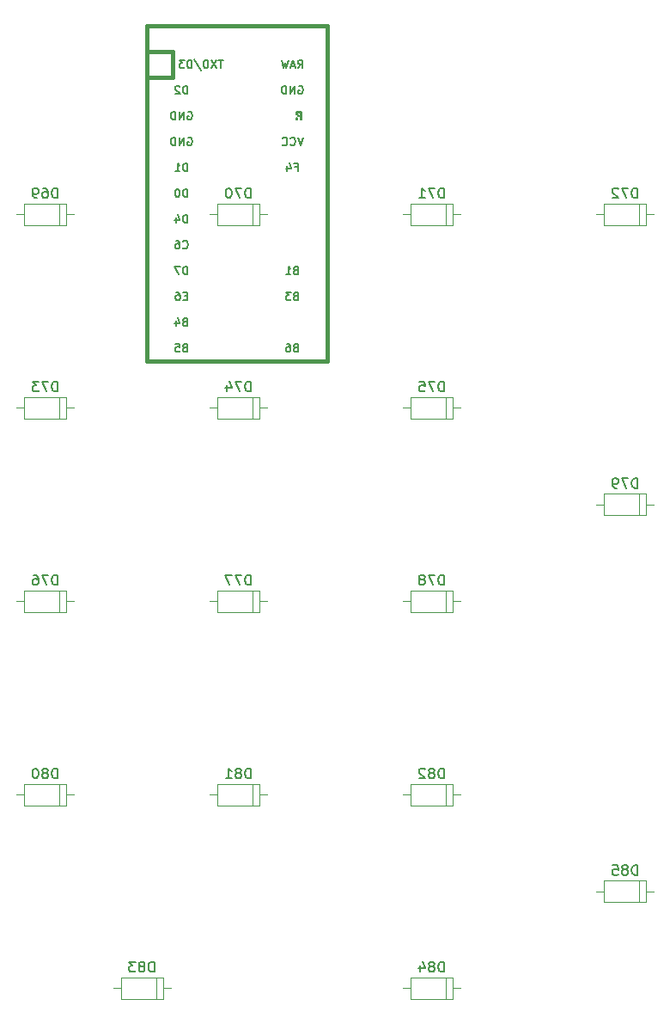
<source format=gbr>
G04 #@! TF.GenerationSoftware,KiCad,Pcbnew,(5.1.4)-1*
G04 #@! TF.CreationDate,2021-01-04T02:31:35-06:00*
G04 #@! TF.ProjectId,65Numpad,36354e75-6d70-4616-942e-6b696361645f,rev?*
G04 #@! TF.SameCoordinates,Original*
G04 #@! TF.FileFunction,Legend,Bot*
G04 #@! TF.FilePolarity,Positive*
%FSLAX46Y46*%
G04 Gerber Fmt 4.6, Leading zero omitted, Abs format (unit mm)*
G04 Created by KiCad (PCBNEW (5.1.4)-1) date 2021-01-04 02:31:35*
%MOMM*%
%LPD*%
G04 APERTURE LIST*
%ADD10C,0.120000*%
%ADD11C,0.381000*%
%ADD12C,0.150000*%
G04 APERTURE END LIST*
D10*
X379250000Y-141815000D02*
X379250000Y-143935000D01*
X379250000Y-143935000D02*
X375130000Y-143935000D01*
X375130000Y-143935000D02*
X375130000Y-141815000D01*
X375130000Y-141815000D02*
X379250000Y-141815000D01*
X380020000Y-142875000D02*
X379250000Y-142875000D01*
X374360000Y-142875000D02*
X375130000Y-142875000D01*
X378590000Y-141815000D02*
X378590000Y-143935000D01*
X360200000Y-122765000D02*
X360200000Y-124885000D01*
X360200000Y-124885000D02*
X356080000Y-124885000D01*
X356080000Y-124885000D02*
X356080000Y-122765000D01*
X356080000Y-122765000D02*
X360200000Y-122765000D01*
X360970000Y-123825000D02*
X360200000Y-123825000D01*
X355310000Y-123825000D02*
X356080000Y-123825000D01*
X359540000Y-122765000D02*
X359540000Y-124885000D01*
X341150000Y-122765000D02*
X341150000Y-124885000D01*
X341150000Y-124885000D02*
X337030000Y-124885000D01*
X337030000Y-124885000D02*
X337030000Y-122765000D01*
X337030000Y-122765000D02*
X341150000Y-122765000D01*
X341920000Y-123825000D02*
X341150000Y-123825000D01*
X336260000Y-123825000D02*
X337030000Y-123825000D01*
X340490000Y-122765000D02*
X340490000Y-124885000D01*
D11*
X351631250Y-50641250D02*
X349091250Y-50641250D01*
X366871250Y-48101250D02*
X349091250Y-48101250D01*
X349091250Y-48101250D02*
X349091250Y-81121250D01*
X349091250Y-81121250D02*
X366871250Y-81121250D01*
X366871250Y-81121250D02*
X366871250Y-48101250D01*
D12*
G36*
X363825885Y-56530280D02*
G01*
X363825885Y-56630280D01*
X364325885Y-56630280D01*
X364325885Y-56530280D01*
X363825885Y-56530280D01*
G37*
X363825885Y-56530280D02*
X363825885Y-56630280D01*
X364325885Y-56630280D01*
X364325885Y-56530280D01*
X363825885Y-56530280D01*
G36*
X363825885Y-56530280D02*
G01*
X363825885Y-56830280D01*
X363925885Y-56830280D01*
X363925885Y-56530280D01*
X363825885Y-56530280D01*
G37*
X363825885Y-56530280D02*
X363825885Y-56830280D01*
X363925885Y-56830280D01*
X363925885Y-56530280D01*
X363825885Y-56530280D01*
G36*
X363825885Y-57130280D02*
G01*
X363825885Y-57330280D01*
X363925885Y-57330280D01*
X363925885Y-57130280D01*
X363825885Y-57130280D01*
G37*
X363825885Y-57130280D02*
X363825885Y-57330280D01*
X363925885Y-57330280D01*
X363925885Y-57130280D01*
X363825885Y-57130280D01*
G36*
X364225885Y-56530280D02*
G01*
X364225885Y-57330280D01*
X364325885Y-57330280D01*
X364325885Y-56530280D01*
X364225885Y-56530280D01*
G37*
X364225885Y-56530280D02*
X364225885Y-57330280D01*
X364325885Y-57330280D01*
X364325885Y-56530280D01*
X364225885Y-56530280D01*
G36*
X364025885Y-56930280D02*
G01*
X364025885Y-57030280D01*
X364125885Y-57030280D01*
X364125885Y-56930280D01*
X364025885Y-56930280D01*
G37*
X364025885Y-56930280D02*
X364025885Y-57030280D01*
X364125885Y-57030280D01*
X364125885Y-56930280D01*
X364025885Y-56930280D01*
D11*
X351631250Y-50641250D02*
X351631250Y-53181250D01*
X351631250Y-53181250D02*
X349091250Y-53181250D01*
D10*
X398300000Y-132290000D02*
X398300000Y-134410000D01*
X398300000Y-134410000D02*
X394180000Y-134410000D01*
X394180000Y-134410000D02*
X394180000Y-132290000D01*
X394180000Y-132290000D02*
X398300000Y-132290000D01*
X399070000Y-133350000D02*
X398300000Y-133350000D01*
X393410000Y-133350000D02*
X394180000Y-133350000D01*
X397640000Y-132290000D02*
X397640000Y-134410000D01*
X379250000Y-122765000D02*
X379250000Y-124885000D01*
X379250000Y-124885000D02*
X375130000Y-124885000D01*
X375130000Y-124885000D02*
X375130000Y-122765000D01*
X375130000Y-122765000D02*
X379250000Y-122765000D01*
X380020000Y-123825000D02*
X379250000Y-123825000D01*
X374360000Y-123825000D02*
X375130000Y-123825000D01*
X378590000Y-122765000D02*
X378590000Y-124885000D01*
X350675000Y-141815000D02*
X350675000Y-143935000D01*
X350675000Y-143935000D02*
X346555000Y-143935000D01*
X346555000Y-143935000D02*
X346555000Y-141815000D01*
X346555000Y-141815000D02*
X350675000Y-141815000D01*
X351445000Y-142875000D02*
X350675000Y-142875000D01*
X345785000Y-142875000D02*
X346555000Y-142875000D01*
X350015000Y-141815000D02*
X350015000Y-143935000D01*
X341150000Y-65615000D02*
X341150000Y-67735000D01*
X341150000Y-67735000D02*
X337030000Y-67735000D01*
X337030000Y-67735000D02*
X337030000Y-65615000D01*
X337030000Y-65615000D02*
X341150000Y-65615000D01*
X341920000Y-66675000D02*
X341150000Y-66675000D01*
X336260000Y-66675000D02*
X337030000Y-66675000D01*
X340490000Y-65615000D02*
X340490000Y-67735000D01*
X398300000Y-94190000D02*
X398300000Y-96310000D01*
X398300000Y-96310000D02*
X394180000Y-96310000D01*
X394180000Y-96310000D02*
X394180000Y-94190000D01*
X394180000Y-94190000D02*
X398300000Y-94190000D01*
X399070000Y-95250000D02*
X398300000Y-95250000D01*
X393410000Y-95250000D02*
X394180000Y-95250000D01*
X397640000Y-94190000D02*
X397640000Y-96310000D01*
X360200000Y-65615000D02*
X360200000Y-67735000D01*
X360200000Y-67735000D02*
X356080000Y-67735000D01*
X356080000Y-67735000D02*
X356080000Y-65615000D01*
X356080000Y-65615000D02*
X360200000Y-65615000D01*
X360970000Y-66675000D02*
X360200000Y-66675000D01*
X355310000Y-66675000D02*
X356080000Y-66675000D01*
X359540000Y-65615000D02*
X359540000Y-67735000D01*
X360200000Y-103715000D02*
X360200000Y-105835000D01*
X360200000Y-105835000D02*
X356080000Y-105835000D01*
X356080000Y-105835000D02*
X356080000Y-103715000D01*
X356080000Y-103715000D02*
X360200000Y-103715000D01*
X360970000Y-104775000D02*
X360200000Y-104775000D01*
X355310000Y-104775000D02*
X356080000Y-104775000D01*
X359540000Y-103715000D02*
X359540000Y-105835000D01*
X379250000Y-103715000D02*
X379250000Y-105835000D01*
X379250000Y-105835000D02*
X375130000Y-105835000D01*
X375130000Y-105835000D02*
X375130000Y-103715000D01*
X375130000Y-103715000D02*
X379250000Y-103715000D01*
X380020000Y-104775000D02*
X379250000Y-104775000D01*
X374360000Y-104775000D02*
X375130000Y-104775000D01*
X378590000Y-103715000D02*
X378590000Y-105835000D01*
X341150000Y-103715000D02*
X341150000Y-105835000D01*
X341150000Y-105835000D02*
X337030000Y-105835000D01*
X337030000Y-105835000D02*
X337030000Y-103715000D01*
X337030000Y-103715000D02*
X341150000Y-103715000D01*
X341920000Y-104775000D02*
X341150000Y-104775000D01*
X336260000Y-104775000D02*
X337030000Y-104775000D01*
X340490000Y-103715000D02*
X340490000Y-105835000D01*
X360200000Y-84665000D02*
X360200000Y-86785000D01*
X360200000Y-86785000D02*
X356080000Y-86785000D01*
X356080000Y-86785000D02*
X356080000Y-84665000D01*
X356080000Y-84665000D02*
X360200000Y-84665000D01*
X360970000Y-85725000D02*
X360200000Y-85725000D01*
X355310000Y-85725000D02*
X356080000Y-85725000D01*
X359540000Y-84665000D02*
X359540000Y-86785000D01*
X398300000Y-65615000D02*
X398300000Y-67735000D01*
X398300000Y-67735000D02*
X394180000Y-67735000D01*
X394180000Y-67735000D02*
X394180000Y-65615000D01*
X394180000Y-65615000D02*
X398300000Y-65615000D01*
X399070000Y-66675000D02*
X398300000Y-66675000D01*
X393410000Y-66675000D02*
X394180000Y-66675000D01*
X397640000Y-65615000D02*
X397640000Y-67735000D01*
X379250000Y-65615000D02*
X379250000Y-67735000D01*
X379250000Y-67735000D02*
X375130000Y-67735000D01*
X375130000Y-67735000D02*
X375130000Y-65615000D01*
X375130000Y-65615000D02*
X379250000Y-65615000D01*
X380020000Y-66675000D02*
X379250000Y-66675000D01*
X374360000Y-66675000D02*
X375130000Y-66675000D01*
X378590000Y-65615000D02*
X378590000Y-67735000D01*
X379250000Y-84665000D02*
X379250000Y-86785000D01*
X379250000Y-86785000D02*
X375130000Y-86785000D01*
X375130000Y-86785000D02*
X375130000Y-84665000D01*
X375130000Y-84665000D02*
X379250000Y-84665000D01*
X380020000Y-85725000D02*
X379250000Y-85725000D01*
X374360000Y-85725000D02*
X375130000Y-85725000D01*
X378590000Y-84665000D02*
X378590000Y-86785000D01*
X341150000Y-84665000D02*
X341150000Y-86785000D01*
X341150000Y-86785000D02*
X337030000Y-86785000D01*
X337030000Y-86785000D02*
X337030000Y-84665000D01*
X337030000Y-84665000D02*
X341150000Y-84665000D01*
X341920000Y-85725000D02*
X341150000Y-85725000D01*
X336260000Y-85725000D02*
X337030000Y-85725000D01*
X340490000Y-84665000D02*
X340490000Y-86785000D01*
D12*
X378404285Y-141267380D02*
X378404285Y-140267380D01*
X378166190Y-140267380D01*
X378023333Y-140315000D01*
X377928095Y-140410238D01*
X377880476Y-140505476D01*
X377832857Y-140695952D01*
X377832857Y-140838809D01*
X377880476Y-141029285D01*
X377928095Y-141124523D01*
X378023333Y-141219761D01*
X378166190Y-141267380D01*
X378404285Y-141267380D01*
X377261428Y-140695952D02*
X377356666Y-140648333D01*
X377404285Y-140600714D01*
X377451904Y-140505476D01*
X377451904Y-140457857D01*
X377404285Y-140362619D01*
X377356666Y-140315000D01*
X377261428Y-140267380D01*
X377070952Y-140267380D01*
X376975714Y-140315000D01*
X376928095Y-140362619D01*
X376880476Y-140457857D01*
X376880476Y-140505476D01*
X376928095Y-140600714D01*
X376975714Y-140648333D01*
X377070952Y-140695952D01*
X377261428Y-140695952D01*
X377356666Y-140743571D01*
X377404285Y-140791190D01*
X377451904Y-140886428D01*
X377451904Y-141076904D01*
X377404285Y-141172142D01*
X377356666Y-141219761D01*
X377261428Y-141267380D01*
X377070952Y-141267380D01*
X376975714Y-141219761D01*
X376928095Y-141172142D01*
X376880476Y-141076904D01*
X376880476Y-140886428D01*
X376928095Y-140791190D01*
X376975714Y-140743571D01*
X377070952Y-140695952D01*
X376023333Y-140600714D02*
X376023333Y-141267380D01*
X376261428Y-140219761D02*
X376499523Y-140934047D01*
X375880476Y-140934047D01*
X359354285Y-122217380D02*
X359354285Y-121217380D01*
X359116190Y-121217380D01*
X358973333Y-121265000D01*
X358878095Y-121360238D01*
X358830476Y-121455476D01*
X358782857Y-121645952D01*
X358782857Y-121788809D01*
X358830476Y-121979285D01*
X358878095Y-122074523D01*
X358973333Y-122169761D01*
X359116190Y-122217380D01*
X359354285Y-122217380D01*
X358211428Y-121645952D02*
X358306666Y-121598333D01*
X358354285Y-121550714D01*
X358401904Y-121455476D01*
X358401904Y-121407857D01*
X358354285Y-121312619D01*
X358306666Y-121265000D01*
X358211428Y-121217380D01*
X358020952Y-121217380D01*
X357925714Y-121265000D01*
X357878095Y-121312619D01*
X357830476Y-121407857D01*
X357830476Y-121455476D01*
X357878095Y-121550714D01*
X357925714Y-121598333D01*
X358020952Y-121645952D01*
X358211428Y-121645952D01*
X358306666Y-121693571D01*
X358354285Y-121741190D01*
X358401904Y-121836428D01*
X358401904Y-122026904D01*
X358354285Y-122122142D01*
X358306666Y-122169761D01*
X358211428Y-122217380D01*
X358020952Y-122217380D01*
X357925714Y-122169761D01*
X357878095Y-122122142D01*
X357830476Y-122026904D01*
X357830476Y-121836428D01*
X357878095Y-121741190D01*
X357925714Y-121693571D01*
X358020952Y-121645952D01*
X356878095Y-122217380D02*
X357449523Y-122217380D01*
X357163809Y-122217380D02*
X357163809Y-121217380D01*
X357259047Y-121360238D01*
X357354285Y-121455476D01*
X357449523Y-121503095D01*
X340304285Y-122217380D02*
X340304285Y-121217380D01*
X340066190Y-121217380D01*
X339923333Y-121265000D01*
X339828095Y-121360238D01*
X339780476Y-121455476D01*
X339732857Y-121645952D01*
X339732857Y-121788809D01*
X339780476Y-121979285D01*
X339828095Y-122074523D01*
X339923333Y-122169761D01*
X340066190Y-122217380D01*
X340304285Y-122217380D01*
X339161428Y-121645952D02*
X339256666Y-121598333D01*
X339304285Y-121550714D01*
X339351904Y-121455476D01*
X339351904Y-121407857D01*
X339304285Y-121312619D01*
X339256666Y-121265000D01*
X339161428Y-121217380D01*
X338970952Y-121217380D01*
X338875714Y-121265000D01*
X338828095Y-121312619D01*
X338780476Y-121407857D01*
X338780476Y-121455476D01*
X338828095Y-121550714D01*
X338875714Y-121598333D01*
X338970952Y-121645952D01*
X339161428Y-121645952D01*
X339256666Y-121693571D01*
X339304285Y-121741190D01*
X339351904Y-121836428D01*
X339351904Y-122026904D01*
X339304285Y-122122142D01*
X339256666Y-122169761D01*
X339161428Y-122217380D01*
X338970952Y-122217380D01*
X338875714Y-122169761D01*
X338828095Y-122122142D01*
X338780476Y-122026904D01*
X338780476Y-121836428D01*
X338828095Y-121741190D01*
X338875714Y-121693571D01*
X338970952Y-121645952D01*
X338161428Y-121217380D02*
X338066190Y-121217380D01*
X337970952Y-121265000D01*
X337923333Y-121312619D01*
X337875714Y-121407857D01*
X337828095Y-121598333D01*
X337828095Y-121836428D01*
X337875714Y-122026904D01*
X337923333Y-122122142D01*
X337970952Y-122169761D01*
X338066190Y-122217380D01*
X338161428Y-122217380D01*
X338256666Y-122169761D01*
X338304285Y-122122142D01*
X338351904Y-122026904D01*
X338399523Y-121836428D01*
X338399523Y-121598333D01*
X338351904Y-121407857D01*
X338304285Y-121312619D01*
X338256666Y-121265000D01*
X338161428Y-121217380D01*
X356599854Y-51473154D02*
X356142711Y-51473154D01*
X356371282Y-52273154D02*
X356371282Y-51473154D01*
X355952235Y-51473154D02*
X355418901Y-52273154D01*
X355418901Y-51473154D02*
X355952235Y-52273154D01*
X354961758Y-51473154D02*
X354885568Y-51473154D01*
X354809378Y-51511250D01*
X354771282Y-51549345D01*
X354733187Y-51625535D01*
X354695092Y-51777916D01*
X354695092Y-51968392D01*
X354733187Y-52120773D01*
X354771282Y-52196964D01*
X354809378Y-52235059D01*
X354885568Y-52273154D01*
X354961758Y-52273154D01*
X355037949Y-52235059D01*
X355076044Y-52196964D01*
X355114139Y-52120773D01*
X355152235Y-51968392D01*
X355152235Y-51777916D01*
X355114139Y-51625535D01*
X355076044Y-51549345D01*
X355037949Y-51511250D01*
X354961758Y-51473154D01*
X353780806Y-51435059D02*
X354466520Y-52463630D01*
X353514139Y-52273154D02*
X353514139Y-51473154D01*
X353323663Y-51473154D01*
X353209378Y-51511250D01*
X353133187Y-51587440D01*
X353095092Y-51663630D01*
X353056997Y-51816011D01*
X353056997Y-51930297D01*
X353095092Y-52082678D01*
X353133187Y-52158869D01*
X353209378Y-52235059D01*
X353323663Y-52273154D01*
X353514139Y-52273154D01*
X352790330Y-51473154D02*
X352295092Y-51473154D01*
X352561758Y-51777916D01*
X352447473Y-51777916D01*
X352371282Y-51816011D01*
X352333187Y-51854107D01*
X352295092Y-51930297D01*
X352295092Y-52120773D01*
X352333187Y-52196964D01*
X352371282Y-52235059D01*
X352447473Y-52273154D01*
X352676044Y-52273154D01*
X352752235Y-52235059D01*
X352790330Y-52196964D01*
X356599854Y-51473154D02*
X356142711Y-51473154D01*
X356371282Y-52273154D02*
X356371282Y-51473154D01*
X355952235Y-51473154D02*
X355418901Y-52273154D01*
X355418901Y-51473154D02*
X355952235Y-52273154D01*
X354961758Y-51473154D02*
X354885568Y-51473154D01*
X354809378Y-51511250D01*
X354771282Y-51549345D01*
X354733187Y-51625535D01*
X354695092Y-51777916D01*
X354695092Y-51968392D01*
X354733187Y-52120773D01*
X354771282Y-52196964D01*
X354809378Y-52235059D01*
X354885568Y-52273154D01*
X354961758Y-52273154D01*
X355037949Y-52235059D01*
X355076044Y-52196964D01*
X355114139Y-52120773D01*
X355152235Y-51968392D01*
X355152235Y-51777916D01*
X355114139Y-51625535D01*
X355076044Y-51549345D01*
X355037949Y-51511250D01*
X354961758Y-51473154D01*
X353780806Y-51435059D02*
X354466520Y-52463630D01*
X353514139Y-52273154D02*
X353514139Y-51473154D01*
X353323663Y-51473154D01*
X353209378Y-51511250D01*
X353133187Y-51587440D01*
X353095092Y-51663630D01*
X353056997Y-51816011D01*
X353056997Y-51930297D01*
X353095092Y-52082678D01*
X353133187Y-52158869D01*
X353209378Y-52235059D01*
X353323663Y-52273154D01*
X353514139Y-52273154D01*
X352790330Y-51473154D02*
X352295092Y-51473154D01*
X352561758Y-51777916D01*
X352447473Y-51777916D01*
X352371282Y-51816011D01*
X352333187Y-51854107D01*
X352295092Y-51930297D01*
X352295092Y-52120773D01*
X352333187Y-52196964D01*
X352371282Y-52235059D01*
X352447473Y-52273154D01*
X352676044Y-52273154D01*
X352752235Y-52235059D01*
X352790330Y-52196964D01*
X353110726Y-54813154D02*
X353110726Y-54013154D01*
X352920250Y-54013154D01*
X352805964Y-54051250D01*
X352729773Y-54127440D01*
X352691678Y-54203630D01*
X352653583Y-54356011D01*
X352653583Y-54470297D01*
X352691678Y-54622678D01*
X352729773Y-54698869D01*
X352805964Y-54775059D01*
X352920250Y-54813154D01*
X353110726Y-54813154D01*
X352348821Y-54089345D02*
X352310726Y-54051250D01*
X352234535Y-54013154D01*
X352044059Y-54013154D01*
X351967869Y-54051250D01*
X351929773Y-54089345D01*
X351891678Y-54165535D01*
X351891678Y-54241726D01*
X351929773Y-54356011D01*
X352386916Y-54813154D01*
X351891678Y-54813154D01*
X353110726Y-64973154D02*
X353110726Y-64173154D01*
X352920250Y-64173154D01*
X352805964Y-64211250D01*
X352729773Y-64287440D01*
X352691678Y-64363630D01*
X352653583Y-64516011D01*
X352653583Y-64630297D01*
X352691678Y-64782678D01*
X352729773Y-64858869D01*
X352805964Y-64935059D01*
X352920250Y-64973154D01*
X353110726Y-64973154D01*
X352158345Y-64173154D02*
X352082154Y-64173154D01*
X352005964Y-64211250D01*
X351967869Y-64249345D01*
X351929773Y-64325535D01*
X351891678Y-64477916D01*
X351891678Y-64668392D01*
X351929773Y-64820773D01*
X351967869Y-64896964D01*
X352005964Y-64935059D01*
X352082154Y-64973154D01*
X352158345Y-64973154D01*
X352234535Y-64935059D01*
X352272630Y-64896964D01*
X352310726Y-64820773D01*
X352348821Y-64668392D01*
X352348821Y-64477916D01*
X352310726Y-64325535D01*
X352272630Y-64249345D01*
X352234535Y-64211250D01*
X352158345Y-64173154D01*
X353110726Y-62433154D02*
X353110726Y-61633154D01*
X352920250Y-61633154D01*
X352805964Y-61671250D01*
X352729773Y-61747440D01*
X352691678Y-61823630D01*
X352653583Y-61976011D01*
X352653583Y-62090297D01*
X352691678Y-62242678D01*
X352729773Y-62318869D01*
X352805964Y-62395059D01*
X352920250Y-62433154D01*
X353110726Y-62433154D01*
X351891678Y-62433154D02*
X352348821Y-62433154D01*
X352120250Y-62433154D02*
X352120250Y-61633154D01*
X352196440Y-61747440D01*
X352272630Y-61823630D01*
X352348821Y-61861726D01*
X353129773Y-59131250D02*
X353205964Y-59093154D01*
X353320250Y-59093154D01*
X353434535Y-59131250D01*
X353510726Y-59207440D01*
X353548821Y-59283630D01*
X353586916Y-59436011D01*
X353586916Y-59550297D01*
X353548821Y-59702678D01*
X353510726Y-59778869D01*
X353434535Y-59855059D01*
X353320250Y-59893154D01*
X353244059Y-59893154D01*
X353129773Y-59855059D01*
X353091678Y-59816964D01*
X353091678Y-59550297D01*
X353244059Y-59550297D01*
X352748821Y-59893154D02*
X352748821Y-59093154D01*
X352291678Y-59893154D01*
X352291678Y-59093154D01*
X351910726Y-59893154D02*
X351910726Y-59093154D01*
X351720250Y-59093154D01*
X351605964Y-59131250D01*
X351529773Y-59207440D01*
X351491678Y-59283630D01*
X351453583Y-59436011D01*
X351453583Y-59550297D01*
X351491678Y-59702678D01*
X351529773Y-59778869D01*
X351605964Y-59855059D01*
X351720250Y-59893154D01*
X351910726Y-59893154D01*
X353110726Y-67513154D02*
X353110726Y-66713154D01*
X352920250Y-66713154D01*
X352805964Y-66751250D01*
X352729773Y-66827440D01*
X352691678Y-66903630D01*
X352653583Y-67056011D01*
X352653583Y-67170297D01*
X352691678Y-67322678D01*
X352729773Y-67398869D01*
X352805964Y-67475059D01*
X352920250Y-67513154D01*
X353110726Y-67513154D01*
X351967869Y-66979821D02*
X351967869Y-67513154D01*
X352158345Y-66675059D02*
X352348821Y-67246488D01*
X351853583Y-67246488D01*
X352653583Y-69976964D02*
X352691678Y-70015059D01*
X352805964Y-70053154D01*
X352882154Y-70053154D01*
X352996440Y-70015059D01*
X353072630Y-69938869D01*
X353110726Y-69862678D01*
X353148821Y-69710297D01*
X353148821Y-69596011D01*
X353110726Y-69443630D01*
X353072630Y-69367440D01*
X352996440Y-69291250D01*
X352882154Y-69253154D01*
X352805964Y-69253154D01*
X352691678Y-69291250D01*
X352653583Y-69329345D01*
X351967869Y-69253154D02*
X352120250Y-69253154D01*
X352196440Y-69291250D01*
X352234535Y-69329345D01*
X352310726Y-69443630D01*
X352348821Y-69596011D01*
X352348821Y-69900773D01*
X352310726Y-69976964D01*
X352272630Y-70015059D01*
X352196440Y-70053154D01*
X352044059Y-70053154D01*
X351967869Y-70015059D01*
X351929773Y-69976964D01*
X351891678Y-69900773D01*
X351891678Y-69710297D01*
X351929773Y-69634107D01*
X351967869Y-69596011D01*
X352044059Y-69557916D01*
X352196440Y-69557916D01*
X352272630Y-69596011D01*
X352310726Y-69634107D01*
X352348821Y-69710297D01*
X353110726Y-72593154D02*
X353110726Y-71793154D01*
X352920250Y-71793154D01*
X352805964Y-71831250D01*
X352729773Y-71907440D01*
X352691678Y-71983630D01*
X352653583Y-72136011D01*
X352653583Y-72250297D01*
X352691678Y-72402678D01*
X352729773Y-72478869D01*
X352805964Y-72555059D01*
X352920250Y-72593154D01*
X353110726Y-72593154D01*
X352386916Y-71793154D02*
X351853583Y-71793154D01*
X352196440Y-72593154D01*
X353072630Y-74714107D02*
X352805964Y-74714107D01*
X352691678Y-75133154D02*
X353072630Y-75133154D01*
X353072630Y-74333154D01*
X352691678Y-74333154D01*
X352005964Y-74333154D02*
X352158345Y-74333154D01*
X352234535Y-74371250D01*
X352272630Y-74409345D01*
X352348821Y-74523630D01*
X352386916Y-74676011D01*
X352386916Y-74980773D01*
X352348821Y-75056964D01*
X352310726Y-75095059D01*
X352234535Y-75133154D01*
X352082154Y-75133154D01*
X352005964Y-75095059D01*
X351967869Y-75056964D01*
X351929773Y-74980773D01*
X351929773Y-74790297D01*
X351967869Y-74714107D01*
X352005964Y-74676011D01*
X352082154Y-74637916D01*
X352234535Y-74637916D01*
X352310726Y-74676011D01*
X352348821Y-74714107D01*
X352386916Y-74790297D01*
X352844059Y-77254107D02*
X352729773Y-77292202D01*
X352691678Y-77330297D01*
X352653583Y-77406488D01*
X352653583Y-77520773D01*
X352691678Y-77596964D01*
X352729773Y-77635059D01*
X352805964Y-77673154D01*
X353110726Y-77673154D01*
X353110726Y-76873154D01*
X352844059Y-76873154D01*
X352767869Y-76911250D01*
X352729773Y-76949345D01*
X352691678Y-77025535D01*
X352691678Y-77101726D01*
X352729773Y-77177916D01*
X352767869Y-77216011D01*
X352844059Y-77254107D01*
X353110726Y-77254107D01*
X351967869Y-77139821D02*
X351967869Y-77673154D01*
X352158345Y-76835059D02*
X352348821Y-77406488D01*
X351853583Y-77406488D01*
X352844059Y-79794107D02*
X352729773Y-79832202D01*
X352691678Y-79870297D01*
X352653583Y-79946488D01*
X352653583Y-80060773D01*
X352691678Y-80136964D01*
X352729773Y-80175059D01*
X352805964Y-80213154D01*
X353110726Y-80213154D01*
X353110726Y-79413154D01*
X352844059Y-79413154D01*
X352767869Y-79451250D01*
X352729773Y-79489345D01*
X352691678Y-79565535D01*
X352691678Y-79641726D01*
X352729773Y-79717916D01*
X352767869Y-79756011D01*
X352844059Y-79794107D01*
X353110726Y-79794107D01*
X351929773Y-79413154D02*
X352310726Y-79413154D01*
X352348821Y-79794107D01*
X352310726Y-79756011D01*
X352234535Y-79717916D01*
X352044059Y-79717916D01*
X351967869Y-79756011D01*
X351929773Y-79794107D01*
X351891678Y-79870297D01*
X351891678Y-80060773D01*
X351929773Y-80136964D01*
X351967869Y-80175059D01*
X352044059Y-80213154D01*
X352234535Y-80213154D01*
X352310726Y-80175059D01*
X352348821Y-80136964D01*
X363766059Y-79794107D02*
X363651773Y-79832202D01*
X363613678Y-79870297D01*
X363575583Y-79946488D01*
X363575583Y-80060773D01*
X363613678Y-80136964D01*
X363651773Y-80175059D01*
X363727964Y-80213154D01*
X364032726Y-80213154D01*
X364032726Y-79413154D01*
X363766059Y-79413154D01*
X363689869Y-79451250D01*
X363651773Y-79489345D01*
X363613678Y-79565535D01*
X363613678Y-79641726D01*
X363651773Y-79717916D01*
X363689869Y-79756011D01*
X363766059Y-79794107D01*
X364032726Y-79794107D01*
X362889869Y-79413154D02*
X363042250Y-79413154D01*
X363118440Y-79451250D01*
X363156535Y-79489345D01*
X363232726Y-79603630D01*
X363270821Y-79756011D01*
X363270821Y-80060773D01*
X363232726Y-80136964D01*
X363194630Y-80175059D01*
X363118440Y-80213154D01*
X362966059Y-80213154D01*
X362889869Y-80175059D01*
X362851773Y-80136964D01*
X362813678Y-80060773D01*
X362813678Y-79870297D01*
X362851773Y-79794107D01*
X362889869Y-79756011D01*
X362966059Y-79717916D01*
X363118440Y-79717916D01*
X363194630Y-79756011D01*
X363232726Y-79794107D01*
X363270821Y-79870297D01*
X363766059Y-74714107D02*
X363651773Y-74752202D01*
X363613678Y-74790297D01*
X363575583Y-74866488D01*
X363575583Y-74980773D01*
X363613678Y-75056964D01*
X363651773Y-75095059D01*
X363727964Y-75133154D01*
X364032726Y-75133154D01*
X364032726Y-74333154D01*
X363766059Y-74333154D01*
X363689869Y-74371250D01*
X363651773Y-74409345D01*
X363613678Y-74485535D01*
X363613678Y-74561726D01*
X363651773Y-74637916D01*
X363689869Y-74676011D01*
X363766059Y-74714107D01*
X364032726Y-74714107D01*
X363308916Y-74333154D02*
X362813678Y-74333154D01*
X363080345Y-74637916D01*
X362966059Y-74637916D01*
X362889869Y-74676011D01*
X362851773Y-74714107D01*
X362813678Y-74790297D01*
X362813678Y-74980773D01*
X362851773Y-75056964D01*
X362889869Y-75095059D01*
X362966059Y-75133154D01*
X363194630Y-75133154D01*
X363270821Y-75095059D01*
X363308916Y-75056964D01*
X363766059Y-72174107D02*
X363651773Y-72212202D01*
X363613678Y-72250297D01*
X363575583Y-72326488D01*
X363575583Y-72440773D01*
X363613678Y-72516964D01*
X363651773Y-72555059D01*
X363727964Y-72593154D01*
X364032726Y-72593154D01*
X364032726Y-71793154D01*
X363766059Y-71793154D01*
X363689869Y-71831250D01*
X363651773Y-71869345D01*
X363613678Y-71945535D01*
X363613678Y-72021726D01*
X363651773Y-72097916D01*
X363689869Y-72136011D01*
X363766059Y-72174107D01*
X364032726Y-72174107D01*
X362813678Y-72593154D02*
X363270821Y-72593154D01*
X363042250Y-72593154D02*
X363042250Y-71793154D01*
X363118440Y-71907440D01*
X363194630Y-71983630D01*
X363270821Y-72021726D01*
X363708916Y-62014107D02*
X363975583Y-62014107D01*
X363975583Y-62433154D02*
X363975583Y-61633154D01*
X363594630Y-61633154D01*
X362947011Y-61899821D02*
X362947011Y-62433154D01*
X363137488Y-61595059D02*
X363327964Y-62166488D01*
X362832726Y-62166488D01*
X364508916Y-59093154D02*
X364242250Y-59893154D01*
X363975583Y-59093154D01*
X363251773Y-59816964D02*
X363289869Y-59855059D01*
X363404154Y-59893154D01*
X363480345Y-59893154D01*
X363594630Y-59855059D01*
X363670821Y-59778869D01*
X363708916Y-59702678D01*
X363747011Y-59550297D01*
X363747011Y-59436011D01*
X363708916Y-59283630D01*
X363670821Y-59207440D01*
X363594630Y-59131250D01*
X363480345Y-59093154D01*
X363404154Y-59093154D01*
X363289869Y-59131250D01*
X363251773Y-59169345D01*
X362451773Y-59816964D02*
X362489869Y-59855059D01*
X362604154Y-59893154D01*
X362680345Y-59893154D01*
X362794630Y-59855059D01*
X362870821Y-59778869D01*
X362908916Y-59702678D01*
X362947011Y-59550297D01*
X362947011Y-59436011D01*
X362908916Y-59283630D01*
X362870821Y-59207440D01*
X362794630Y-59131250D01*
X362680345Y-59093154D01*
X362604154Y-59093154D01*
X362489869Y-59131250D01*
X362451773Y-59169345D01*
X363994630Y-52273154D02*
X364261297Y-51892202D01*
X364451773Y-52273154D02*
X364451773Y-51473154D01*
X364147011Y-51473154D01*
X364070821Y-51511250D01*
X364032726Y-51549345D01*
X363994630Y-51625535D01*
X363994630Y-51739821D01*
X364032726Y-51816011D01*
X364070821Y-51854107D01*
X364147011Y-51892202D01*
X364451773Y-51892202D01*
X363689869Y-52044583D02*
X363308916Y-52044583D01*
X363766059Y-52273154D02*
X363499392Y-51473154D01*
X363232726Y-52273154D01*
X363042250Y-51473154D02*
X362851773Y-52273154D01*
X362699392Y-51701726D01*
X362547011Y-52273154D01*
X362356535Y-51473154D01*
X363994630Y-52273154D02*
X364261297Y-51892202D01*
X364451773Y-52273154D02*
X364451773Y-51473154D01*
X364147011Y-51473154D01*
X364070821Y-51511250D01*
X364032726Y-51549345D01*
X363994630Y-51625535D01*
X363994630Y-51739821D01*
X364032726Y-51816011D01*
X364070821Y-51854107D01*
X364147011Y-51892202D01*
X364451773Y-51892202D01*
X363689869Y-52044583D02*
X363308916Y-52044583D01*
X363766059Y-52273154D02*
X363499392Y-51473154D01*
X363232726Y-52273154D01*
X363042250Y-51473154D02*
X362851773Y-52273154D01*
X362699392Y-51701726D01*
X362547011Y-52273154D01*
X362356535Y-51473154D01*
X364051773Y-54051250D02*
X364127964Y-54013154D01*
X364242250Y-54013154D01*
X364356535Y-54051250D01*
X364432726Y-54127440D01*
X364470821Y-54203630D01*
X364508916Y-54356011D01*
X364508916Y-54470297D01*
X364470821Y-54622678D01*
X364432726Y-54698869D01*
X364356535Y-54775059D01*
X364242250Y-54813154D01*
X364166059Y-54813154D01*
X364051773Y-54775059D01*
X364013678Y-54736964D01*
X364013678Y-54470297D01*
X364166059Y-54470297D01*
X363670821Y-54813154D02*
X363670821Y-54013154D01*
X363213678Y-54813154D01*
X363213678Y-54013154D01*
X362832726Y-54813154D02*
X362832726Y-54013154D01*
X362642250Y-54013154D01*
X362527964Y-54051250D01*
X362451773Y-54127440D01*
X362413678Y-54203630D01*
X362375583Y-54356011D01*
X362375583Y-54470297D01*
X362413678Y-54622678D01*
X362451773Y-54698869D01*
X362527964Y-54775059D01*
X362642250Y-54813154D01*
X362832726Y-54813154D01*
X364508916Y-59093154D02*
X364242250Y-59893154D01*
X363975583Y-59093154D01*
X363251773Y-59816964D02*
X363289869Y-59855059D01*
X363404154Y-59893154D01*
X363480345Y-59893154D01*
X363594630Y-59855059D01*
X363670821Y-59778869D01*
X363708916Y-59702678D01*
X363747011Y-59550297D01*
X363747011Y-59436011D01*
X363708916Y-59283630D01*
X363670821Y-59207440D01*
X363594630Y-59131250D01*
X363480345Y-59093154D01*
X363404154Y-59093154D01*
X363289869Y-59131250D01*
X363251773Y-59169345D01*
X362451773Y-59816964D02*
X362489869Y-59855059D01*
X362604154Y-59893154D01*
X362680345Y-59893154D01*
X362794630Y-59855059D01*
X362870821Y-59778869D01*
X362908916Y-59702678D01*
X362947011Y-59550297D01*
X362947011Y-59436011D01*
X362908916Y-59283630D01*
X362870821Y-59207440D01*
X362794630Y-59131250D01*
X362680345Y-59093154D01*
X362604154Y-59093154D01*
X362489869Y-59131250D01*
X362451773Y-59169345D01*
X363708916Y-62014107D02*
X363975583Y-62014107D01*
X363975583Y-62433154D02*
X363975583Y-61633154D01*
X363594630Y-61633154D01*
X362947011Y-61899821D02*
X362947011Y-62433154D01*
X363137488Y-61595059D02*
X363327964Y-62166488D01*
X362832726Y-62166488D01*
X363766059Y-72174107D02*
X363651773Y-72212202D01*
X363613678Y-72250297D01*
X363575583Y-72326488D01*
X363575583Y-72440773D01*
X363613678Y-72516964D01*
X363651773Y-72555059D01*
X363727964Y-72593154D01*
X364032726Y-72593154D01*
X364032726Y-71793154D01*
X363766059Y-71793154D01*
X363689869Y-71831250D01*
X363651773Y-71869345D01*
X363613678Y-71945535D01*
X363613678Y-72021726D01*
X363651773Y-72097916D01*
X363689869Y-72136011D01*
X363766059Y-72174107D01*
X364032726Y-72174107D01*
X362813678Y-72593154D02*
X363270821Y-72593154D01*
X363042250Y-72593154D02*
X363042250Y-71793154D01*
X363118440Y-71907440D01*
X363194630Y-71983630D01*
X363270821Y-72021726D01*
X363766059Y-74714107D02*
X363651773Y-74752202D01*
X363613678Y-74790297D01*
X363575583Y-74866488D01*
X363575583Y-74980773D01*
X363613678Y-75056964D01*
X363651773Y-75095059D01*
X363727964Y-75133154D01*
X364032726Y-75133154D01*
X364032726Y-74333154D01*
X363766059Y-74333154D01*
X363689869Y-74371250D01*
X363651773Y-74409345D01*
X363613678Y-74485535D01*
X363613678Y-74561726D01*
X363651773Y-74637916D01*
X363689869Y-74676011D01*
X363766059Y-74714107D01*
X364032726Y-74714107D01*
X363308916Y-74333154D02*
X362813678Y-74333154D01*
X363080345Y-74637916D01*
X362966059Y-74637916D01*
X362889869Y-74676011D01*
X362851773Y-74714107D01*
X362813678Y-74790297D01*
X362813678Y-74980773D01*
X362851773Y-75056964D01*
X362889869Y-75095059D01*
X362966059Y-75133154D01*
X363194630Y-75133154D01*
X363270821Y-75095059D01*
X363308916Y-75056964D01*
X363766059Y-79794107D02*
X363651773Y-79832202D01*
X363613678Y-79870297D01*
X363575583Y-79946488D01*
X363575583Y-80060773D01*
X363613678Y-80136964D01*
X363651773Y-80175059D01*
X363727964Y-80213154D01*
X364032726Y-80213154D01*
X364032726Y-79413154D01*
X363766059Y-79413154D01*
X363689869Y-79451250D01*
X363651773Y-79489345D01*
X363613678Y-79565535D01*
X363613678Y-79641726D01*
X363651773Y-79717916D01*
X363689869Y-79756011D01*
X363766059Y-79794107D01*
X364032726Y-79794107D01*
X362889869Y-79413154D02*
X363042250Y-79413154D01*
X363118440Y-79451250D01*
X363156535Y-79489345D01*
X363232726Y-79603630D01*
X363270821Y-79756011D01*
X363270821Y-80060773D01*
X363232726Y-80136964D01*
X363194630Y-80175059D01*
X363118440Y-80213154D01*
X362966059Y-80213154D01*
X362889869Y-80175059D01*
X362851773Y-80136964D01*
X362813678Y-80060773D01*
X362813678Y-79870297D01*
X362851773Y-79794107D01*
X362889869Y-79756011D01*
X362966059Y-79717916D01*
X363118440Y-79717916D01*
X363194630Y-79756011D01*
X363232726Y-79794107D01*
X363270821Y-79870297D01*
X352844059Y-79794107D02*
X352729773Y-79832202D01*
X352691678Y-79870297D01*
X352653583Y-79946488D01*
X352653583Y-80060773D01*
X352691678Y-80136964D01*
X352729773Y-80175059D01*
X352805964Y-80213154D01*
X353110726Y-80213154D01*
X353110726Y-79413154D01*
X352844059Y-79413154D01*
X352767869Y-79451250D01*
X352729773Y-79489345D01*
X352691678Y-79565535D01*
X352691678Y-79641726D01*
X352729773Y-79717916D01*
X352767869Y-79756011D01*
X352844059Y-79794107D01*
X353110726Y-79794107D01*
X351929773Y-79413154D02*
X352310726Y-79413154D01*
X352348821Y-79794107D01*
X352310726Y-79756011D01*
X352234535Y-79717916D01*
X352044059Y-79717916D01*
X351967869Y-79756011D01*
X351929773Y-79794107D01*
X351891678Y-79870297D01*
X351891678Y-80060773D01*
X351929773Y-80136964D01*
X351967869Y-80175059D01*
X352044059Y-80213154D01*
X352234535Y-80213154D01*
X352310726Y-80175059D01*
X352348821Y-80136964D01*
X352844059Y-77254107D02*
X352729773Y-77292202D01*
X352691678Y-77330297D01*
X352653583Y-77406488D01*
X352653583Y-77520773D01*
X352691678Y-77596964D01*
X352729773Y-77635059D01*
X352805964Y-77673154D01*
X353110726Y-77673154D01*
X353110726Y-76873154D01*
X352844059Y-76873154D01*
X352767869Y-76911250D01*
X352729773Y-76949345D01*
X352691678Y-77025535D01*
X352691678Y-77101726D01*
X352729773Y-77177916D01*
X352767869Y-77216011D01*
X352844059Y-77254107D01*
X353110726Y-77254107D01*
X351967869Y-77139821D02*
X351967869Y-77673154D01*
X352158345Y-76835059D02*
X352348821Y-77406488D01*
X351853583Y-77406488D01*
X353072630Y-74714107D02*
X352805964Y-74714107D01*
X352691678Y-75133154D02*
X353072630Y-75133154D01*
X353072630Y-74333154D01*
X352691678Y-74333154D01*
X352005964Y-74333154D02*
X352158345Y-74333154D01*
X352234535Y-74371250D01*
X352272630Y-74409345D01*
X352348821Y-74523630D01*
X352386916Y-74676011D01*
X352386916Y-74980773D01*
X352348821Y-75056964D01*
X352310726Y-75095059D01*
X352234535Y-75133154D01*
X352082154Y-75133154D01*
X352005964Y-75095059D01*
X351967869Y-75056964D01*
X351929773Y-74980773D01*
X351929773Y-74790297D01*
X351967869Y-74714107D01*
X352005964Y-74676011D01*
X352082154Y-74637916D01*
X352234535Y-74637916D01*
X352310726Y-74676011D01*
X352348821Y-74714107D01*
X352386916Y-74790297D01*
X353110726Y-72593154D02*
X353110726Y-71793154D01*
X352920250Y-71793154D01*
X352805964Y-71831250D01*
X352729773Y-71907440D01*
X352691678Y-71983630D01*
X352653583Y-72136011D01*
X352653583Y-72250297D01*
X352691678Y-72402678D01*
X352729773Y-72478869D01*
X352805964Y-72555059D01*
X352920250Y-72593154D01*
X353110726Y-72593154D01*
X352386916Y-71793154D02*
X351853583Y-71793154D01*
X352196440Y-72593154D01*
X352653583Y-69976964D02*
X352691678Y-70015059D01*
X352805964Y-70053154D01*
X352882154Y-70053154D01*
X352996440Y-70015059D01*
X353072630Y-69938869D01*
X353110726Y-69862678D01*
X353148821Y-69710297D01*
X353148821Y-69596011D01*
X353110726Y-69443630D01*
X353072630Y-69367440D01*
X352996440Y-69291250D01*
X352882154Y-69253154D01*
X352805964Y-69253154D01*
X352691678Y-69291250D01*
X352653583Y-69329345D01*
X351967869Y-69253154D02*
X352120250Y-69253154D01*
X352196440Y-69291250D01*
X352234535Y-69329345D01*
X352310726Y-69443630D01*
X352348821Y-69596011D01*
X352348821Y-69900773D01*
X352310726Y-69976964D01*
X352272630Y-70015059D01*
X352196440Y-70053154D01*
X352044059Y-70053154D01*
X351967869Y-70015059D01*
X351929773Y-69976964D01*
X351891678Y-69900773D01*
X351891678Y-69710297D01*
X351929773Y-69634107D01*
X351967869Y-69596011D01*
X352044059Y-69557916D01*
X352196440Y-69557916D01*
X352272630Y-69596011D01*
X352310726Y-69634107D01*
X352348821Y-69710297D01*
X353110726Y-67513154D02*
X353110726Y-66713154D01*
X352920250Y-66713154D01*
X352805964Y-66751250D01*
X352729773Y-66827440D01*
X352691678Y-66903630D01*
X352653583Y-67056011D01*
X352653583Y-67170297D01*
X352691678Y-67322678D01*
X352729773Y-67398869D01*
X352805964Y-67475059D01*
X352920250Y-67513154D01*
X353110726Y-67513154D01*
X351967869Y-66979821D02*
X351967869Y-67513154D01*
X352158345Y-66675059D02*
X352348821Y-67246488D01*
X351853583Y-67246488D01*
X353129773Y-56591250D02*
X353205964Y-56553154D01*
X353320250Y-56553154D01*
X353434535Y-56591250D01*
X353510726Y-56667440D01*
X353548821Y-56743630D01*
X353586916Y-56896011D01*
X353586916Y-57010297D01*
X353548821Y-57162678D01*
X353510726Y-57238869D01*
X353434535Y-57315059D01*
X353320250Y-57353154D01*
X353244059Y-57353154D01*
X353129773Y-57315059D01*
X353091678Y-57276964D01*
X353091678Y-57010297D01*
X353244059Y-57010297D01*
X352748821Y-57353154D02*
X352748821Y-56553154D01*
X352291678Y-57353154D01*
X352291678Y-56553154D01*
X351910726Y-57353154D02*
X351910726Y-56553154D01*
X351720250Y-56553154D01*
X351605964Y-56591250D01*
X351529773Y-56667440D01*
X351491678Y-56743630D01*
X351453583Y-56896011D01*
X351453583Y-57010297D01*
X351491678Y-57162678D01*
X351529773Y-57238869D01*
X351605964Y-57315059D01*
X351720250Y-57353154D01*
X351910726Y-57353154D01*
X353129773Y-59131250D02*
X353205964Y-59093154D01*
X353320250Y-59093154D01*
X353434535Y-59131250D01*
X353510726Y-59207440D01*
X353548821Y-59283630D01*
X353586916Y-59436011D01*
X353586916Y-59550297D01*
X353548821Y-59702678D01*
X353510726Y-59778869D01*
X353434535Y-59855059D01*
X353320250Y-59893154D01*
X353244059Y-59893154D01*
X353129773Y-59855059D01*
X353091678Y-59816964D01*
X353091678Y-59550297D01*
X353244059Y-59550297D01*
X352748821Y-59893154D02*
X352748821Y-59093154D01*
X352291678Y-59893154D01*
X352291678Y-59093154D01*
X351910726Y-59893154D02*
X351910726Y-59093154D01*
X351720250Y-59093154D01*
X351605964Y-59131250D01*
X351529773Y-59207440D01*
X351491678Y-59283630D01*
X351453583Y-59436011D01*
X351453583Y-59550297D01*
X351491678Y-59702678D01*
X351529773Y-59778869D01*
X351605964Y-59855059D01*
X351720250Y-59893154D01*
X351910726Y-59893154D01*
X353110726Y-62433154D02*
X353110726Y-61633154D01*
X352920250Y-61633154D01*
X352805964Y-61671250D01*
X352729773Y-61747440D01*
X352691678Y-61823630D01*
X352653583Y-61976011D01*
X352653583Y-62090297D01*
X352691678Y-62242678D01*
X352729773Y-62318869D01*
X352805964Y-62395059D01*
X352920250Y-62433154D01*
X353110726Y-62433154D01*
X351891678Y-62433154D02*
X352348821Y-62433154D01*
X352120250Y-62433154D02*
X352120250Y-61633154D01*
X352196440Y-61747440D01*
X352272630Y-61823630D01*
X352348821Y-61861726D01*
X353110726Y-64973154D02*
X353110726Y-64173154D01*
X352920250Y-64173154D01*
X352805964Y-64211250D01*
X352729773Y-64287440D01*
X352691678Y-64363630D01*
X352653583Y-64516011D01*
X352653583Y-64630297D01*
X352691678Y-64782678D01*
X352729773Y-64858869D01*
X352805964Y-64935059D01*
X352920250Y-64973154D01*
X353110726Y-64973154D01*
X352158345Y-64173154D02*
X352082154Y-64173154D01*
X352005964Y-64211250D01*
X351967869Y-64249345D01*
X351929773Y-64325535D01*
X351891678Y-64477916D01*
X351891678Y-64668392D01*
X351929773Y-64820773D01*
X351967869Y-64896964D01*
X352005964Y-64935059D01*
X352082154Y-64973154D01*
X352158345Y-64973154D01*
X352234535Y-64935059D01*
X352272630Y-64896964D01*
X352310726Y-64820773D01*
X352348821Y-64668392D01*
X352348821Y-64477916D01*
X352310726Y-64325535D01*
X352272630Y-64249345D01*
X352234535Y-64211250D01*
X352158345Y-64173154D01*
X353110726Y-54813154D02*
X353110726Y-54013154D01*
X352920250Y-54013154D01*
X352805964Y-54051250D01*
X352729773Y-54127440D01*
X352691678Y-54203630D01*
X352653583Y-54356011D01*
X352653583Y-54470297D01*
X352691678Y-54622678D01*
X352729773Y-54698869D01*
X352805964Y-54775059D01*
X352920250Y-54813154D01*
X353110726Y-54813154D01*
X352348821Y-54089345D02*
X352310726Y-54051250D01*
X352234535Y-54013154D01*
X352044059Y-54013154D01*
X351967869Y-54051250D01*
X351929773Y-54089345D01*
X351891678Y-54165535D01*
X351891678Y-54241726D01*
X351929773Y-54356011D01*
X352386916Y-54813154D01*
X351891678Y-54813154D01*
X397454285Y-131742380D02*
X397454285Y-130742380D01*
X397216190Y-130742380D01*
X397073333Y-130790000D01*
X396978095Y-130885238D01*
X396930476Y-130980476D01*
X396882857Y-131170952D01*
X396882857Y-131313809D01*
X396930476Y-131504285D01*
X396978095Y-131599523D01*
X397073333Y-131694761D01*
X397216190Y-131742380D01*
X397454285Y-131742380D01*
X396311428Y-131170952D02*
X396406666Y-131123333D01*
X396454285Y-131075714D01*
X396501904Y-130980476D01*
X396501904Y-130932857D01*
X396454285Y-130837619D01*
X396406666Y-130790000D01*
X396311428Y-130742380D01*
X396120952Y-130742380D01*
X396025714Y-130790000D01*
X395978095Y-130837619D01*
X395930476Y-130932857D01*
X395930476Y-130980476D01*
X395978095Y-131075714D01*
X396025714Y-131123333D01*
X396120952Y-131170952D01*
X396311428Y-131170952D01*
X396406666Y-131218571D01*
X396454285Y-131266190D01*
X396501904Y-131361428D01*
X396501904Y-131551904D01*
X396454285Y-131647142D01*
X396406666Y-131694761D01*
X396311428Y-131742380D01*
X396120952Y-131742380D01*
X396025714Y-131694761D01*
X395978095Y-131647142D01*
X395930476Y-131551904D01*
X395930476Y-131361428D01*
X395978095Y-131266190D01*
X396025714Y-131218571D01*
X396120952Y-131170952D01*
X395025714Y-130742380D02*
X395501904Y-130742380D01*
X395549523Y-131218571D01*
X395501904Y-131170952D01*
X395406666Y-131123333D01*
X395168571Y-131123333D01*
X395073333Y-131170952D01*
X395025714Y-131218571D01*
X394978095Y-131313809D01*
X394978095Y-131551904D01*
X395025714Y-131647142D01*
X395073333Y-131694761D01*
X395168571Y-131742380D01*
X395406666Y-131742380D01*
X395501904Y-131694761D01*
X395549523Y-131647142D01*
X378404285Y-122217380D02*
X378404285Y-121217380D01*
X378166190Y-121217380D01*
X378023333Y-121265000D01*
X377928095Y-121360238D01*
X377880476Y-121455476D01*
X377832857Y-121645952D01*
X377832857Y-121788809D01*
X377880476Y-121979285D01*
X377928095Y-122074523D01*
X378023333Y-122169761D01*
X378166190Y-122217380D01*
X378404285Y-122217380D01*
X377261428Y-121645952D02*
X377356666Y-121598333D01*
X377404285Y-121550714D01*
X377451904Y-121455476D01*
X377451904Y-121407857D01*
X377404285Y-121312619D01*
X377356666Y-121265000D01*
X377261428Y-121217380D01*
X377070952Y-121217380D01*
X376975714Y-121265000D01*
X376928095Y-121312619D01*
X376880476Y-121407857D01*
X376880476Y-121455476D01*
X376928095Y-121550714D01*
X376975714Y-121598333D01*
X377070952Y-121645952D01*
X377261428Y-121645952D01*
X377356666Y-121693571D01*
X377404285Y-121741190D01*
X377451904Y-121836428D01*
X377451904Y-122026904D01*
X377404285Y-122122142D01*
X377356666Y-122169761D01*
X377261428Y-122217380D01*
X377070952Y-122217380D01*
X376975714Y-122169761D01*
X376928095Y-122122142D01*
X376880476Y-122026904D01*
X376880476Y-121836428D01*
X376928095Y-121741190D01*
X376975714Y-121693571D01*
X377070952Y-121645952D01*
X376499523Y-121312619D02*
X376451904Y-121265000D01*
X376356666Y-121217380D01*
X376118571Y-121217380D01*
X376023333Y-121265000D01*
X375975714Y-121312619D01*
X375928095Y-121407857D01*
X375928095Y-121503095D01*
X375975714Y-121645952D01*
X376547142Y-122217380D01*
X375928095Y-122217380D01*
X349829285Y-141267380D02*
X349829285Y-140267380D01*
X349591190Y-140267380D01*
X349448333Y-140315000D01*
X349353095Y-140410238D01*
X349305476Y-140505476D01*
X349257857Y-140695952D01*
X349257857Y-140838809D01*
X349305476Y-141029285D01*
X349353095Y-141124523D01*
X349448333Y-141219761D01*
X349591190Y-141267380D01*
X349829285Y-141267380D01*
X348686428Y-140695952D02*
X348781666Y-140648333D01*
X348829285Y-140600714D01*
X348876904Y-140505476D01*
X348876904Y-140457857D01*
X348829285Y-140362619D01*
X348781666Y-140315000D01*
X348686428Y-140267380D01*
X348495952Y-140267380D01*
X348400714Y-140315000D01*
X348353095Y-140362619D01*
X348305476Y-140457857D01*
X348305476Y-140505476D01*
X348353095Y-140600714D01*
X348400714Y-140648333D01*
X348495952Y-140695952D01*
X348686428Y-140695952D01*
X348781666Y-140743571D01*
X348829285Y-140791190D01*
X348876904Y-140886428D01*
X348876904Y-141076904D01*
X348829285Y-141172142D01*
X348781666Y-141219761D01*
X348686428Y-141267380D01*
X348495952Y-141267380D01*
X348400714Y-141219761D01*
X348353095Y-141172142D01*
X348305476Y-141076904D01*
X348305476Y-140886428D01*
X348353095Y-140791190D01*
X348400714Y-140743571D01*
X348495952Y-140695952D01*
X347972142Y-140267380D02*
X347353095Y-140267380D01*
X347686428Y-140648333D01*
X347543571Y-140648333D01*
X347448333Y-140695952D01*
X347400714Y-140743571D01*
X347353095Y-140838809D01*
X347353095Y-141076904D01*
X347400714Y-141172142D01*
X347448333Y-141219761D01*
X347543571Y-141267380D01*
X347829285Y-141267380D01*
X347924523Y-141219761D01*
X347972142Y-141172142D01*
X340304285Y-65067380D02*
X340304285Y-64067380D01*
X340066190Y-64067380D01*
X339923333Y-64115000D01*
X339828095Y-64210238D01*
X339780476Y-64305476D01*
X339732857Y-64495952D01*
X339732857Y-64638809D01*
X339780476Y-64829285D01*
X339828095Y-64924523D01*
X339923333Y-65019761D01*
X340066190Y-65067380D01*
X340304285Y-65067380D01*
X338875714Y-64067380D02*
X339066190Y-64067380D01*
X339161428Y-64115000D01*
X339209047Y-64162619D01*
X339304285Y-64305476D01*
X339351904Y-64495952D01*
X339351904Y-64876904D01*
X339304285Y-64972142D01*
X339256666Y-65019761D01*
X339161428Y-65067380D01*
X338970952Y-65067380D01*
X338875714Y-65019761D01*
X338828095Y-64972142D01*
X338780476Y-64876904D01*
X338780476Y-64638809D01*
X338828095Y-64543571D01*
X338875714Y-64495952D01*
X338970952Y-64448333D01*
X339161428Y-64448333D01*
X339256666Y-64495952D01*
X339304285Y-64543571D01*
X339351904Y-64638809D01*
X338304285Y-65067380D02*
X338113809Y-65067380D01*
X338018571Y-65019761D01*
X337970952Y-64972142D01*
X337875714Y-64829285D01*
X337828095Y-64638809D01*
X337828095Y-64257857D01*
X337875714Y-64162619D01*
X337923333Y-64115000D01*
X338018571Y-64067380D01*
X338209047Y-64067380D01*
X338304285Y-64115000D01*
X338351904Y-64162619D01*
X338399523Y-64257857D01*
X338399523Y-64495952D01*
X338351904Y-64591190D01*
X338304285Y-64638809D01*
X338209047Y-64686428D01*
X338018571Y-64686428D01*
X337923333Y-64638809D01*
X337875714Y-64591190D01*
X337828095Y-64495952D01*
X397454285Y-93642380D02*
X397454285Y-92642380D01*
X397216190Y-92642380D01*
X397073333Y-92690000D01*
X396978095Y-92785238D01*
X396930476Y-92880476D01*
X396882857Y-93070952D01*
X396882857Y-93213809D01*
X396930476Y-93404285D01*
X396978095Y-93499523D01*
X397073333Y-93594761D01*
X397216190Y-93642380D01*
X397454285Y-93642380D01*
X396549523Y-92642380D02*
X395882857Y-92642380D01*
X396311428Y-93642380D01*
X395454285Y-93642380D02*
X395263809Y-93642380D01*
X395168571Y-93594761D01*
X395120952Y-93547142D01*
X395025714Y-93404285D01*
X394978095Y-93213809D01*
X394978095Y-92832857D01*
X395025714Y-92737619D01*
X395073333Y-92690000D01*
X395168571Y-92642380D01*
X395359047Y-92642380D01*
X395454285Y-92690000D01*
X395501904Y-92737619D01*
X395549523Y-92832857D01*
X395549523Y-93070952D01*
X395501904Y-93166190D01*
X395454285Y-93213809D01*
X395359047Y-93261428D01*
X395168571Y-93261428D01*
X395073333Y-93213809D01*
X395025714Y-93166190D01*
X394978095Y-93070952D01*
X359354285Y-65067380D02*
X359354285Y-64067380D01*
X359116190Y-64067380D01*
X358973333Y-64115000D01*
X358878095Y-64210238D01*
X358830476Y-64305476D01*
X358782857Y-64495952D01*
X358782857Y-64638809D01*
X358830476Y-64829285D01*
X358878095Y-64924523D01*
X358973333Y-65019761D01*
X359116190Y-65067380D01*
X359354285Y-65067380D01*
X358449523Y-64067380D02*
X357782857Y-64067380D01*
X358211428Y-65067380D01*
X357211428Y-64067380D02*
X357116190Y-64067380D01*
X357020952Y-64115000D01*
X356973333Y-64162619D01*
X356925714Y-64257857D01*
X356878095Y-64448333D01*
X356878095Y-64686428D01*
X356925714Y-64876904D01*
X356973333Y-64972142D01*
X357020952Y-65019761D01*
X357116190Y-65067380D01*
X357211428Y-65067380D01*
X357306666Y-65019761D01*
X357354285Y-64972142D01*
X357401904Y-64876904D01*
X357449523Y-64686428D01*
X357449523Y-64448333D01*
X357401904Y-64257857D01*
X357354285Y-64162619D01*
X357306666Y-64115000D01*
X357211428Y-64067380D01*
X359354285Y-103167380D02*
X359354285Y-102167380D01*
X359116190Y-102167380D01*
X358973333Y-102215000D01*
X358878095Y-102310238D01*
X358830476Y-102405476D01*
X358782857Y-102595952D01*
X358782857Y-102738809D01*
X358830476Y-102929285D01*
X358878095Y-103024523D01*
X358973333Y-103119761D01*
X359116190Y-103167380D01*
X359354285Y-103167380D01*
X358449523Y-102167380D02*
X357782857Y-102167380D01*
X358211428Y-103167380D01*
X357497142Y-102167380D02*
X356830476Y-102167380D01*
X357259047Y-103167380D01*
X378404285Y-103167380D02*
X378404285Y-102167380D01*
X378166190Y-102167380D01*
X378023333Y-102215000D01*
X377928095Y-102310238D01*
X377880476Y-102405476D01*
X377832857Y-102595952D01*
X377832857Y-102738809D01*
X377880476Y-102929285D01*
X377928095Y-103024523D01*
X378023333Y-103119761D01*
X378166190Y-103167380D01*
X378404285Y-103167380D01*
X377499523Y-102167380D02*
X376832857Y-102167380D01*
X377261428Y-103167380D01*
X376309047Y-102595952D02*
X376404285Y-102548333D01*
X376451904Y-102500714D01*
X376499523Y-102405476D01*
X376499523Y-102357857D01*
X376451904Y-102262619D01*
X376404285Y-102215000D01*
X376309047Y-102167380D01*
X376118571Y-102167380D01*
X376023333Y-102215000D01*
X375975714Y-102262619D01*
X375928095Y-102357857D01*
X375928095Y-102405476D01*
X375975714Y-102500714D01*
X376023333Y-102548333D01*
X376118571Y-102595952D01*
X376309047Y-102595952D01*
X376404285Y-102643571D01*
X376451904Y-102691190D01*
X376499523Y-102786428D01*
X376499523Y-102976904D01*
X376451904Y-103072142D01*
X376404285Y-103119761D01*
X376309047Y-103167380D01*
X376118571Y-103167380D01*
X376023333Y-103119761D01*
X375975714Y-103072142D01*
X375928095Y-102976904D01*
X375928095Y-102786428D01*
X375975714Y-102691190D01*
X376023333Y-102643571D01*
X376118571Y-102595952D01*
X340304285Y-103167380D02*
X340304285Y-102167380D01*
X340066190Y-102167380D01*
X339923333Y-102215000D01*
X339828095Y-102310238D01*
X339780476Y-102405476D01*
X339732857Y-102595952D01*
X339732857Y-102738809D01*
X339780476Y-102929285D01*
X339828095Y-103024523D01*
X339923333Y-103119761D01*
X340066190Y-103167380D01*
X340304285Y-103167380D01*
X339399523Y-102167380D02*
X338732857Y-102167380D01*
X339161428Y-103167380D01*
X337923333Y-102167380D02*
X338113809Y-102167380D01*
X338209047Y-102215000D01*
X338256666Y-102262619D01*
X338351904Y-102405476D01*
X338399523Y-102595952D01*
X338399523Y-102976904D01*
X338351904Y-103072142D01*
X338304285Y-103119761D01*
X338209047Y-103167380D01*
X338018571Y-103167380D01*
X337923333Y-103119761D01*
X337875714Y-103072142D01*
X337828095Y-102976904D01*
X337828095Y-102738809D01*
X337875714Y-102643571D01*
X337923333Y-102595952D01*
X338018571Y-102548333D01*
X338209047Y-102548333D01*
X338304285Y-102595952D01*
X338351904Y-102643571D01*
X338399523Y-102738809D01*
X359354285Y-84117380D02*
X359354285Y-83117380D01*
X359116190Y-83117380D01*
X358973333Y-83165000D01*
X358878095Y-83260238D01*
X358830476Y-83355476D01*
X358782857Y-83545952D01*
X358782857Y-83688809D01*
X358830476Y-83879285D01*
X358878095Y-83974523D01*
X358973333Y-84069761D01*
X359116190Y-84117380D01*
X359354285Y-84117380D01*
X358449523Y-83117380D02*
X357782857Y-83117380D01*
X358211428Y-84117380D01*
X356973333Y-83450714D02*
X356973333Y-84117380D01*
X357211428Y-83069761D02*
X357449523Y-83784047D01*
X356830476Y-83784047D01*
X397454285Y-65067380D02*
X397454285Y-64067380D01*
X397216190Y-64067380D01*
X397073333Y-64115000D01*
X396978095Y-64210238D01*
X396930476Y-64305476D01*
X396882857Y-64495952D01*
X396882857Y-64638809D01*
X396930476Y-64829285D01*
X396978095Y-64924523D01*
X397073333Y-65019761D01*
X397216190Y-65067380D01*
X397454285Y-65067380D01*
X396549523Y-64067380D02*
X395882857Y-64067380D01*
X396311428Y-65067380D01*
X395549523Y-64162619D02*
X395501904Y-64115000D01*
X395406666Y-64067380D01*
X395168571Y-64067380D01*
X395073333Y-64115000D01*
X395025714Y-64162619D01*
X394978095Y-64257857D01*
X394978095Y-64353095D01*
X395025714Y-64495952D01*
X395597142Y-65067380D01*
X394978095Y-65067380D01*
X378404285Y-65067380D02*
X378404285Y-64067380D01*
X378166190Y-64067380D01*
X378023333Y-64115000D01*
X377928095Y-64210238D01*
X377880476Y-64305476D01*
X377832857Y-64495952D01*
X377832857Y-64638809D01*
X377880476Y-64829285D01*
X377928095Y-64924523D01*
X378023333Y-65019761D01*
X378166190Y-65067380D01*
X378404285Y-65067380D01*
X377499523Y-64067380D02*
X376832857Y-64067380D01*
X377261428Y-65067380D01*
X375928095Y-65067380D02*
X376499523Y-65067380D01*
X376213809Y-65067380D02*
X376213809Y-64067380D01*
X376309047Y-64210238D01*
X376404285Y-64305476D01*
X376499523Y-64353095D01*
X378404285Y-84117380D02*
X378404285Y-83117380D01*
X378166190Y-83117380D01*
X378023333Y-83165000D01*
X377928095Y-83260238D01*
X377880476Y-83355476D01*
X377832857Y-83545952D01*
X377832857Y-83688809D01*
X377880476Y-83879285D01*
X377928095Y-83974523D01*
X378023333Y-84069761D01*
X378166190Y-84117380D01*
X378404285Y-84117380D01*
X377499523Y-83117380D02*
X376832857Y-83117380D01*
X377261428Y-84117380D01*
X375975714Y-83117380D02*
X376451904Y-83117380D01*
X376499523Y-83593571D01*
X376451904Y-83545952D01*
X376356666Y-83498333D01*
X376118571Y-83498333D01*
X376023333Y-83545952D01*
X375975714Y-83593571D01*
X375928095Y-83688809D01*
X375928095Y-83926904D01*
X375975714Y-84022142D01*
X376023333Y-84069761D01*
X376118571Y-84117380D01*
X376356666Y-84117380D01*
X376451904Y-84069761D01*
X376499523Y-84022142D01*
X340304285Y-84117380D02*
X340304285Y-83117380D01*
X340066190Y-83117380D01*
X339923333Y-83165000D01*
X339828095Y-83260238D01*
X339780476Y-83355476D01*
X339732857Y-83545952D01*
X339732857Y-83688809D01*
X339780476Y-83879285D01*
X339828095Y-83974523D01*
X339923333Y-84069761D01*
X340066190Y-84117380D01*
X340304285Y-84117380D01*
X339399523Y-83117380D02*
X338732857Y-83117380D01*
X339161428Y-84117380D01*
X338447142Y-83117380D02*
X337828095Y-83117380D01*
X338161428Y-83498333D01*
X338018571Y-83498333D01*
X337923333Y-83545952D01*
X337875714Y-83593571D01*
X337828095Y-83688809D01*
X337828095Y-83926904D01*
X337875714Y-84022142D01*
X337923333Y-84069761D01*
X338018571Y-84117380D01*
X338304285Y-84117380D01*
X338399523Y-84069761D01*
X338447142Y-84022142D01*
M02*

</source>
